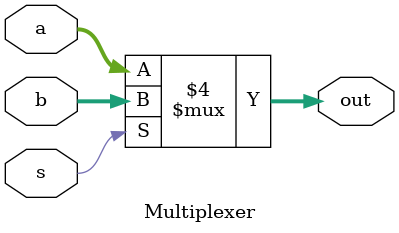
<source format=v>
module Multiplexer(a, b, s, out);
	input [31:0] a, b;
	input s;
	output reg[31:0] out;

	always @(s) begin
		if (s == 0)
			out <= a;
		else
			out <= b;
	end
endmodule
</source>
